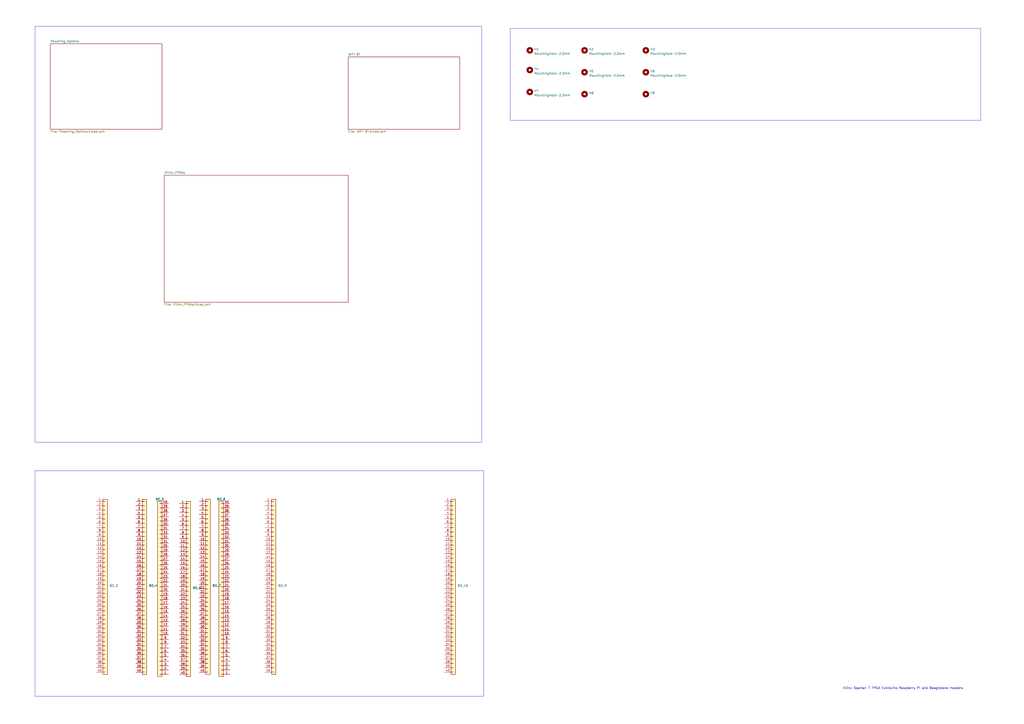
<source format=kicad_sch>
(kicad_sch (version 20230121) (generator eeschema)
  (paper "A2")
  (lib_symbols
    (symbol "Connector_Generic:Conn_01x40" (pin_names (offset 1.016) hide)
      (property "Reference" "J" (at 0 50.8 0))
      (property "Value" "Conn_01x40" (at 0 -53.34 0))
      (symbol "Conn_01x40_1_1"
        (rectangle (start -1.27 -50.673) (end 0 -50.927) (stroke (width 0.1524)))
        (rectangle (start -1.27 -48.133) (end 0 -48.387) (stroke (width 0.1524)))
        (rectangle (start -1.27 -45.593) (end 0 -45.847) (stroke (width 0.1524)))
        (rectangle (start -1.27 -43.053) (end 0 -43.307) (stroke (width 0.1524)))
        (rectangle (start -1.27 -40.513) (end 0 -40.767) (stroke (width 0.1524)))
        (rectangle (start -1.27 -37.973) (end 0 -38.227) (stroke (width 0.1524)))
        (rectangle (start -1.27 -35.433) (end 0 -35.687) (stroke (width 0.1524)))
        (rectangle (start -1.27 -32.893) (end 0 -33.147) (stroke (width 0.1524)))
        (rectangle (start -1.27 -30.353) (end 0 -30.607) (stroke (width 0.1524)))
        (rectangle (start -1.27 -27.813) (end 0 -28.067) (stroke (width 0.1524)))
        (rectangle (start -1.27 -25.273) (end 0 -25.527) (stroke (width 0.1524)))
        (rectangle (start -1.27 -22.733) (end 0 -22.987) (stroke (width 0.1524)))
        (rectangle (start -1.27 -20.193) (end 0 -20.447) (stroke (width 0.1524)))
        (rectangle (start -1.27 -17.653) (end 0 -17.907) (stroke (width 0.1524)))
        (rectangle (start -1.27 -15.113) (end 0 -15.367) (stroke (width 0.1524)))
        (rectangle (start -1.27 -12.573) (end 0 -12.827) (stroke (width 0.1524)))
        (rectangle (start -1.27 -10.033) (end 0 -10.287) (stroke (width 0.1524)))
        (rectangle (start -1.27 -7.493) (end 0 -7.747) (stroke (width 0.1524)))
        (rectangle (start -1.27 -4.953) (end 0 -5.207) (stroke (width 0.1524)))
        (rectangle (start -1.27 -2.413) (end 0 -2.667) (stroke (width 0.1524)))
        (rectangle (start -1.27 0.127) (end 0 -0.127) (stroke (width 0.1524)))
        (rectangle (start -1.27 2.667) (end 0 2.413) (stroke (width 0.1524)))
        (rectangle (start -1.27 5.207) (end 0 4.953) (stroke (width 0.1524)))
        (rectangle (start -1.27 7.747) (end 0 7.493) (stroke (width 0.1524)))
        (rectangle (start -1.27 10.287) (end 0 10.033) (stroke (width 0.1524)))
        (rectangle (start -1.27 12.827) (end 0 12.573) (stroke (width 0.1524)))
        (rectangle (start -1.27 15.367) (end 0 15.113) (stroke (width 0.1524)))
        (rectangle (start -1.27 17.907) (end 0 17.653) (stroke (width 0.1524)))
        (rectangle (start -1.27 20.447) (end 0 20.193) (stroke (width 0.1524)))
        (rectangle (start -1.27 22.987) (end 0 22.733) (stroke (width 0.1524)))
        (rectangle (start -1.27 25.527) (end 0 25.273) (stroke (width 0.1524)))
        (rectangle (start -1.27 28.067) (end 0 27.813) (stroke (width 0.1524)))
        (rectangle (start -1.27 30.607) (end 0 30.353) (stroke (width 0.1524)))
        (rectangle (start -1.27 33.147) (end 0 32.893) (stroke (width 0.1524)))
        (rectangle (start -1.27 35.687) (end 0 35.433) (stroke (width 0.1524)))
        (rectangle (start -1.27 38.227) (end 0 37.973) (stroke (width 0.1524)))
        (rectangle (start -1.27 40.767) (end 0 40.513) (stroke (width 0.1524)))
        (rectangle (start -1.27 43.307) (end 0 43.053) (stroke (width 0.1524)))
        (rectangle (start -1.27 45.847) (end 0 45.593) (stroke (width 0.1524)))
        (rectangle (start -1.27 48.387) (end 0 48.133) (stroke (width 0.1524)))
        (rectangle (start -1.27 49.53) (end 1.27 -52.07) (stroke (width 0.254)) (fill (type background)))
        (pin passive line (at -5.08 48.26 0) (length 3.81) (name "Pin_1") (number "1"))
        (pin passive line (at -5.08 25.4 0) (length 3.81) (name "Pin_10") (number "10"))
        (pin passive line (at -5.08 22.86 0) (length 3.81) (name "Pin_11") (number "11"))
        (pin passive line (at -5.08 20.32 0) (length 3.81) (name "Pin_12") (number "12"))
        (pin passive line (at -5.08 17.78 0) (length 3.81) (name "Pin_13") (number "13"))
        (pin passive line (at -5.08 15.24 0) (length 3.81) (name "Pin_14") (number "14"))
        (pin passive line (at -5.08 12.7 0) (length 3.81) (name "Pin_15") (number "15"))
        (pin passive line (at -5.08 10.16 0) (length 3.81) (name "Pin_16") (number "16"))
        (pin passive line (at -5.08 7.62 0) (length 3.81) (name "Pin_17") (number "17"))
        (pin passive line (at -5.08 5.08 0) (length 3.81) (name "Pin_18") (number "18"))
        (pin passive line (at -5.08 2.54 0) (length 3.81) (name "Pin_19") (number "19"))
        (pin passive line (at -5.08 45.72 0) (length 3.81) (name "Pin_2") (number "2"))
        (pin passive line (at -5.08 0 0) (length 3.81) (name "Pin_20") (number "20"))
        (pin passive line (at -5.08 -2.54 0) (length 3.81) (name "Pin_21") (number "21"))
        (pin passive line (at -5.08 -5.08 0) (length 3.81) (name "Pin_22") (number "22"))
        (pin passive line (at -5.08 -7.62 0) (length 3.81) (name "Pin_23") (number "23"))
        (pin passive line (at -5.08 -10.16 0) (length 3.81) (name "Pin_24") (number "24"))
        (pin passive line (at -5.08 -12.7 0) (length 3.81) (name "Pin_25") (number "25"))
        (pin passive line (at -5.08 -15.24 0) (length 3.81) (name "Pin_26") (number "26"))
        (pin passive line (at -5.08 -17.78 0) (length 3.81) (name "Pin_27") (number "27"))
        (pin passive line (at -5.08 -20.32 0) (length 3.81) (name "Pin_28") (number "28"))
        (pin passive line (at -5.08 -22.86 0) (length 3.81) (name "Pin_29") (number "29"))
        (pin passive line (at -5.08 43.18 0) (length 3.81) (name "Pin_3") (number "3"))
        (pin passive line (at -5.08 -25.4 0) (length 3.81) (name "Pin_30") (number "30"))
        (pin passive line (at -5.08 -27.94 0) (length 3.81) (name "Pin_31") (number "31"))
        (pin passive line (at -5.08 -30.48 0) (length 3.81) (name "Pin_32") (number "32"))
        (pin passive line (at -5.08 -33.02 0) (length 3.81) (name "Pin_33") (number "33"))
        (pin passive line (at -5.08 -35.56 0) (length 3.81) (name "Pin_34") (number "34"))
        (pin passive line (at -5.08 -38.1 0) (length 3.81) (name "Pin_35") (number "35"))
        (pin passive line (at -5.08 -40.64 0) (length 3.81) (name "Pin_36") (number "36"))
        (pin passive line (at -5.08 -43.18 0) (length 3.81) (name "Pin_37") (number "37"))
        (pin passive line (at -5.08 -45.72 0) (length 3.81) (name "Pin_38") (number "38"))
        (pin passive line (at -5.08 -48.26 0) (length 3.81) (name "Pin_39") (number "39"))
        (pin passive line (at -5.08 40.64 0) (length 3.81) (name "Pin_4") (number "4"))
        (pin passive line (at -5.08 -50.8 0) (length 3.81) (name "Pin_40") (number "40"))
        (pin passive line (at -5.08 38.1 0) (length 3.81) (name "Pin_5") (number "5"))
        (pin passive line (at -5.08 35.56 0) (length 3.81) (name "Pin_6") (number "6"))
        (pin passive line (at -5.08 33.02 0) (length 3.81) (name "Pin_7") (number "7"))
        (pin passive line (at -5.08 30.48 0) (length 3.81) (name "Pin_8") (number "8"))
        (pin passive line (at -5.08 27.94 0) (length 3.81) (name "Pin_9") (number "9"))
      )
    )
    (symbol "Mechanical:MountingHole" (pin_names (offset 1.016))
      (property "Reference" "H" (at 0 5.08 0))
      (property "Value" "MountingHole" (at 0 3.175 0))
      (symbol "MountingHole_0_1"
        (circle (center 0 0) (radius 1.27) (stroke (width 1.27)))
      )
    )
  )
  (rectangle (start 20.32 15.24) (end 279.4 256.54))
  (rectangle (start 20.32 273.05) (end 280.67 403.86))
  (rectangle (start 295.91 16.51) (end 568.96 69.85))
  (text "Xilinx Spartan 7 FPGA EvArduino Raspberry Pi and Beaglebone Headers\n" (at 488.95 400.05 0) (effects (font (size 1.27 1.27)) (justify left bottom)))
  (symbol (lib_id "Mechanical:MountingHole") (at 339.09 54.61 0) (unit 1)
    (property "Reference" "H8" (at 341.63 53.975 0) (effects (justify left)))
    (property "Value" "MountingHole-2.5mm" (effects hide))
    (property "Footprint" "MountingHole:MountingHole_2.5mm" (effects hide))
  )
  (symbol (lib_id "Mechanical:MountingHole") (at 374.65 41.91 0) (unit 1)
    (property "Reference" "H6" (at 377.19 41.275 0) (effects (justify left)))
    (property "Value" "MountingHole-2.5mm" (at 377.19 43.815 0) (effects (justify left)))
    (property "Footprint" "MountingHole:MountingHole_2.5mm" (effects hide))
  )
  (symbol (lib_id "Connector_Generic:Conn_01x40") (at 83.82 339.09 0) (unit 1)
    (property "Reference" "BO_4" (at 86.36 339.725 0) (effects (justify left)))
    (property "Value" "Conn_01x40" (effects hide))
    (property "Footprint" "Connector_PinHeader_1.00mm:PinHeader_1x40_P1.00mm_Vertical" (effects hide))
  )
  (symbol (lib_id "Connector_Generic:Conn_01x40") (at 262.89 339.09 0) (unit 1)
    (property "Reference" "BO_16" (at 265.43 339.725 0) (effects (justify left)))
    (property "Value" "Conn_01x40" (effects hide))
    (property "Footprint" "Connector_PinHeader_1.00mm:PinHeader_1x40_P1.00mm_Vertical" (effects hide))
  )
  (symbol (lib_id "Mechanical:MountingHole") (at 307.34 40.64 0) (unit 1)
    (property "Reference" "H4" (at 309.88 40.005 0) (effects (justify left)))
    (property "Value" "MountingHole-2.5mm" (at 309.88 42.545 0) (effects (justify left)))
    (property "Footprint" "MountingHole:MountingHole_2.5mm" (effects hide))
  )
  (symbol (lib_id "Mechanical:MountingHole") (at 374.65 29.21 0) (unit 1)
    (property "Reference" "H3" (at 377.19 28.575 0) (effects (justify left)))
    (property "Value" "MountingHole-2.5mm" (at 377.19 31.115 0) (effects (justify left)))
    (property "Footprint" "MountingHole:MountingHole_2.5mm" (effects hide))
  )
  (symbol (lib_id "Mechanical:MountingHole") (at 307.34 53.34 0) (unit 1)
    (property "Reference" "H7" (at 309.88 52.705 0) (effects (justify left)))
    (property "Value" "MountingHole-2.5mm" (at 309.88 55.245 0) (effects (justify left)))
    (property "Footprint" "MountingHole:MountingHole_2.5mm" (effects hide))
  )
  (symbol (lib_id "Mechanical:MountingHole") (at 339.09 29.21 0) (unit 1)
    (property "Reference" "H2" (at 341.63 28.575 0) (effects (justify left)))
    (property "Value" "MountingHole-2.5mm" (at 341.63 31.115 0) (effects (justify left)))
    (property "Footprint" "MountingHole:MountingHole_2.5mm" (effects hide))
  )
  (symbol (lib_id "Connector_Generic:Conn_01x40") (at 92.71 342.9 180) (unit 1)
    (property "Reference" "BO_5" (at 92.71 289.56 0))
    (property "Value" "Conn_01x40" (effects hide))
    (property "Footprint" "Connector_PinHeader_1.00mm:PinHeader_1x40_P1.00mm_Vertical" (effects hide))
  )
  (symbol (lib_id "Mechanical:MountingHole") (at 374.65 54.61 0) (unit 1)
    (property "Reference" "H9" (at 377.19 53.975 0) (effects (justify left)))
    (property "Value" "MountingHole-2.5mm" (effects hide))
    (property "Footprint" "MountingHole:MountingHole_2.5mm" (effects hide))
  )
  (symbol (lib_id "Mechanical:MountingHole") (at 307.34 29.21 0) (unit 1)
    (property "Reference" "H1" (at 309.88 28.575 0) (effects (justify left)))
    (property "Value" "MountingHole-2.5mm" (at 309.88 31.115 0) (effects (justify left)))
    (property "Footprint" "MountingHole:MountingHole_2.5mm" (effects hide))
  )
  (symbol (lib_id "Connector_Generic:Conn_01x40") (at 120.65 339.09 0) (unit 1)
    (property "Reference" "BO_7" (at 123.19 339.725 0) (effects (justify left)))
    (property "Value" "Conn_01x40" (effects hide))
    (property "Footprint" "Connector_PinHeader_1.00mm:PinHeader_1x40_P1.00mm_Vertical" (effects hide))
  )
  (symbol (lib_id "Connector_Generic:Conn_01x40") (at 109.22 340.36 0) (unit 1)
    (property "Reference" "BO_6" (at 111.76 340.995 0) (effects (justify left)))
    (property "Value" "Conn_01x40" (effects hide))
    (property "Footprint" "Connector_PinHeader_1.00mm:PinHeader_1x40_P1.00mm_Vertical" (effects hide))
  )
  (symbol (lib_id "Connector_Generic:Conn_01x40") (at 128.27 342.9 180) (unit 1)
    (property "Reference" "BO_8" (at 128.27 289.56 0))
    (property "Value" "Conn_01x40" (effects hide))
    (property "Footprint" "Connector_PinHeader_1.00mm:PinHeader_1x40_P1.00mm_Vertical" (effects hide))
  )
  (symbol (lib_id "Connector_Generic:Conn_01x40") (at 60.96 339.09 0) (unit 1)
    (property "Reference" "BO_3" (at 63.5 339.725 0) (effects (justify left)))
    (property "Value" "Conn_01x40" (effects hide))
    (property "Footprint" "Connector_PinHeader_1.00mm:PinHeader_1x40_P1.00mm_Vertical" (effects hide))
  )
  (symbol (lib_id "Mechanical:MountingHole") (at 339.09 41.91 0) (unit 1)
    (property "Reference" "H5" (at 341.63 41.275 0) (effects (justify left)))
    (property "Value" "MountingHole-2.5mm" (at 341.63 43.815 0) (effects (justify left)))
    (property "Footprint" "MountingHole:MountingHole_2.5mm" (effects hide))
  )
  (symbol (lib_id "Connector_Generic:Conn_01x40") (at 158.75 339.09 0) (unit 1)
    (property "Reference" "BO_9" (at 161.29 339.725 0) (effects (justify left)))
    (property "Value" "Conn_01x40" (effects hide))
    (property "Footprint" "Connector_PinHeader_1.00mm:PinHeader_1x40_P1.00mm_Vertical" (effects hide))
  )
  (sheet (at 95.25 101.6) (size 106.68 73.66)
    (property "Sheetname" "Xilinx_FPGAs" (at 95.25 100.8884 0) (effects (justify left bottom)))
    (property "Sheetfile" "Xilinx_FPGAs.kicad_sch" (at 95.25 175.8446 0) (effects (justify left top)))
  )
  (sheet (at 29.21 25.4) (size 64.77 49.53)
    (property "Sheetname" "Powering_Options" (at 29.21 24.6884 0) (effects (justify left bottom)))
    (property "Sheetfile" "Powering_Options.kicad_sch" (at 29.21 75.5146 0) (effects (justify left top)))
  )
  (sheet (at 201.93 33.02) (size 64.77 41.91) (stroke (width 0.1524))
    (property "Sheetname" "WiFi BT" (at 201.93 32.3084 0) (effects (justify left bottom)))
    (property "Sheetfile" "WiFi BT.kicad_sch" (at 201.93 75.5146 0) (effects (justify left top)))
  )
)
</source>
